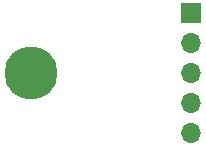
<source format=gbr>
%TF.GenerationSoftware,KiCad,Pcbnew,7.0.8*%
%TF.CreationDate,2024-02-13T11:30:59-06:00*%
%TF.ProjectId,SerialClampBottom,53657269-616c-4436-9c61-6d70426f7474,rev?*%
%TF.SameCoordinates,Original*%
%TF.FileFunction,Copper,L1,Top*%
%TF.FilePolarity,Positive*%
%FSLAX46Y46*%
G04 Gerber Fmt 4.6, Leading zero omitted, Abs format (unit mm)*
G04 Created by KiCad (PCBNEW 7.0.8) date 2024-02-13 11:30:59*
%MOMM*%
%LPD*%
G01*
G04 APERTURE LIST*
%TA.AperFunction,ComponentPad*%
%ADD10C,4.500000*%
%TD*%
%TA.AperFunction,ComponentPad*%
%ADD11R,1.700000X1.700000*%
%TD*%
%TA.AperFunction,ComponentPad*%
%ADD12O,1.700000X1.700000*%
%TD*%
G04 APERTURE END LIST*
D10*
%TO.P,H1,1*%
%TO.N,N/C*%
X149780000Y-84645000D03*
%TD*%
D11*
%TO.P,J2,1,Pin_1*%
%TO.N,N/C*%
X163280000Y-79570000D03*
D12*
%TO.P,J2,2,Pin_2*%
X163280000Y-82110000D03*
%TO.P,J2,3,Pin_3*%
X163280000Y-84650000D03*
%TO.P,J2,4,Pin_4*%
X163280000Y-87190000D03*
%TO.P,J2,5,Pin_5*%
X163280000Y-89730000D03*
%TD*%
M02*

</source>
